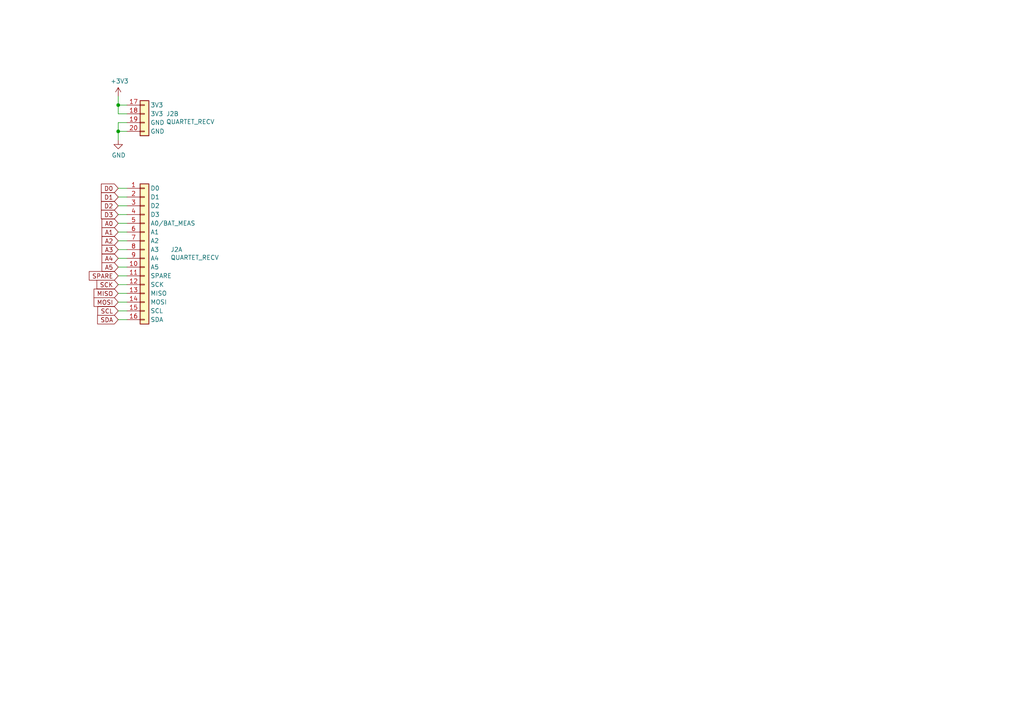
<source format=kicad_sch>
(kicad_sch (version 20230121) (generator eeschema)
  (paper "A4")
  (lib_symbols
    (symbol "power:+3V3" (power) (pin_names (offset 0))
      (property "Value" "+3V3" (at 0 3.556 0))
      (symbol "+3V3_0_1"
        (polyline (pts (xy -0.762 1.27) (xy 0 2.54)))
        (polyline (pts (xy 0 0) (xy 0 2.54)))
        (polyline (pts (xy 0 2.54) (xy 0.762 1.27)))
      )
      (symbol "+3V3_1_1"
        (pin power_in line (at 0 0 90) (length 0) hide (name "+3V3") (number "1"))
      )
    )
    (symbol "power:GND" (power) (pin_names (offset 0))
      (property "Value" "GND" (at 0 -3.81 0))
      (symbol "GND_0_1"
        (polyline (pts (xy 0 0) (xy 0 -1.27) (xy 1.27 -1.27) (xy 0 -2.54) (xy -1.27 -1.27) (xy 0 -1.27)))
      )
      (symbol "GND_1_1"
        (pin power_in line (at 0 0 270) (length 0) hide (name "GND") (number "1"))
      )
    )
    (symbol "quartet_breakout-rescue:QUARTET_RECV-gigahawk" (pin_names (offset 2.9972))
      (property "Reference" "J" (at 0 1.27 0))
      (property "Value" "gigahawk_QUARTET_RECV" (at 0 3.81 0))
      (symbol "QUARTET_RECV-gigahawk_1_1"
        (rectangle (start -1.27 -39.243) (end 0 -39.497) (stroke (width 0.1524)))
        (rectangle (start -1.27 -36.703) (end 0 -36.957) (stroke (width 0.1524)))
        (rectangle (start -1.27 -34.163) (end 0 -34.417) (stroke (width 0.1524)))
        (rectangle (start -1.27 -31.623) (end 0 -31.877) (stroke (width 0.1524)))
        (rectangle (start -1.27 -29.083) (end 0 -29.337) (stroke (width 0.1524)))
        (rectangle (start -1.27 -26.543) (end 0 -26.797) (stroke (width 0.1524)))
        (rectangle (start -1.27 -24.003) (end 0 -24.257) (stroke (width 0.1524)))
        (rectangle (start -1.27 -21.463) (end 0 -21.717) (stroke (width 0.1524)))
        (rectangle (start -1.27 -18.923) (end 0 -19.177) (stroke (width 0.1524)))
        (rectangle (start -1.27 -16.383) (end 0 -16.637) (stroke (width 0.1524)))
        (rectangle (start -1.27 -13.843) (end 0 -14.097) (stroke (width 0.1524)))
        (rectangle (start -1.27 -11.303) (end 0 -11.557) (stroke (width 0.1524)))
        (rectangle (start -1.27 -8.763) (end 0 -9.017) (stroke (width 0.1524)))
        (rectangle (start -1.27 -6.223) (end 0 -6.477) (stroke (width 0.1524)))
        (rectangle (start -1.27 -3.683) (end 0 -3.937) (stroke (width 0.1524)))
        (rectangle (start -1.27 -1.143) (end 0 -1.397) (stroke (width 0.1524)))
        (rectangle (start -1.27 0) (end 1.27 -40.64) (stroke (width 0.254)) (fill (type background)))
        (pin passive line (at -5.08 -1.27 0) (length 3.81) (name "D0") (number "1"))
        (pin passive line (at -5.08 -24.13 0) (length 3.81) (name "A5") (number "10"))
        (pin passive line (at -5.08 -26.67 0) (length 3.81) (name "SPARE") (number "11"))
        (pin passive line (at -5.08 -29.21 0) (length 3.81) (name "SCK") (number "12"))
        (pin passive line (at -5.08 -31.75 0) (length 3.81) (name "MISO") (number "13"))
        (pin passive line (at -5.08 -34.29 0) (length 3.81) (name "MOSI") (number "14"))
        (pin passive line (at -5.08 -36.83 0) (length 3.81) (name "SCL") (number "15"))
        (pin passive line (at -5.08 -39.37 0) (length 3.81) (name "SDA") (number "16"))
        (pin passive line (at -5.08 -3.81 0) (length 3.81) (name "D1") (number "2"))
        (pin passive line (at -5.08 -6.35 0) (length 3.81) (name "D2") (number "3"))
        (pin passive line (at -5.08 -8.89 0) (length 3.81) (name "D3") (number "4"))
        (pin passive line (at -5.08 -11.43 0) (length 3.81) (name "A0/BAT_MEAS") (number "5"))
        (pin passive line (at -5.08 -13.97 0) (length 3.81) (name "A1") (number "6"))
        (pin passive line (at -5.08 -16.51 0) (length 3.81) (name "A2") (number "7"))
        (pin passive line (at -5.08 -19.05 0) (length 3.81) (name "A3") (number "8"))
        (pin passive line (at -5.08 -21.59 0) (length 3.81) (name "A4") (number "9"))
      )
      (symbol "QUARTET_RECV-gigahawk_2_1"
        (rectangle (start -1.27 -8.763) (end 0 -9.017) (stroke (width 0.1524)))
        (rectangle (start -1.27 -6.223) (end 0 -6.477) (stroke (width 0.1524)))
        (rectangle (start -1.27 -3.683) (end 0 -3.937) (stroke (width 0.1524)))
        (rectangle (start -1.27 -1.143) (end 0 -1.397) (stroke (width 0.1524)))
        (rectangle (start -1.27 0) (end 1.27 -10.16) (stroke (width 0.254)) (fill (type background)))
        (pin passive line (at -5.08 -1.27 0) (length 3.81) (name "3V3") (number "17"))
        (pin passive line (at -5.08 -3.81 0) (length 3.81) (name "3V3") (number "18"))
        (pin passive line (at -5.08 -6.35 0) (length 3.81) (name "GND") (number "19"))
        (pin passive line (at -5.08 -8.89 0) (length 3.81) (name "GND") (number "20"))
      )
    )
  )
  (junction (at 34.29 38.1))
  (junction (at 34.29 30.48))
  (wire (pts (xy 34.29 57.15) (xy 36.83 57.15)))
  (wire (pts (xy 34.29 90.17) (xy 36.83 90.17)))
  (wire (pts (xy 36.83 30.48) (xy 34.29 30.48)))
  (wire (pts (xy 36.83 69.85) (xy 34.29 69.85)))
  (wire (pts (xy 34.29 35.56) (xy 34.29 38.1)))
  (wire (pts (xy 36.83 74.93) (xy 34.29 74.93)))
  (wire (pts (xy 36.83 59.69) (xy 34.29 59.69)))
  (wire (pts (xy 34.29 67.31) (xy 36.83 67.31)))
  (wire (pts (xy 36.83 87.63) (xy 34.29 87.63)))
  (wire (pts (xy 34.29 85.09) (xy 36.83 85.09)))
  (wire (pts (xy 34.29 77.47) (xy 36.83 77.47)))
  (wire (pts (xy 36.83 64.77) (xy 34.29 64.77)))
  (wire (pts (xy 34.29 33.02) (xy 34.29 30.48)))
  (wire (pts (xy 34.29 82.55) (xy 36.83 82.55)))
  (wire (pts (xy 36.83 54.61) (xy 34.29 54.61)))
  (wire (pts (xy 34.29 38.1) (xy 34.29 40.64)))
  (wire (pts (xy 36.83 92.71) (xy 34.29 92.71)))
  (wire (pts (xy 34.29 62.23) (xy 36.83 62.23)))
  (wire (pts (xy 34.29 72.39) (xy 36.83 72.39)))
  (wire (pts (xy 36.83 38.1) (xy 34.29 38.1)))
  (wire (pts (xy 36.83 80.01) (xy 34.29 80.01)))
  (wire (pts (xy 34.29 30.48) (xy 34.29 27.94)))
  (wire (pts (xy 36.83 33.02) (xy 34.29 33.02)))
  (wire (pts (xy 36.83 35.56) (xy 34.29 35.56)))
  (global_label "SCL" (shape input) (at 34.29 90.17 180) (property "Intersheetrefs" "${INTERSHEET_REFS}" (effects hide)))
  (global_label "A1" (shape input) (at 34.29 67.31 180) (property "Intersheetrefs" "${INTERSHEET_REFS}" (effects hide)))
  (global_label "D0" (shape input) (at 34.29 54.61 180) (property "Intersheetrefs" "${INTERSHEET_REFS}" (effects hide)))
  (global_label "D1" (shape input) (at 34.29 57.15 180) (property "Intersheetrefs" "${INTERSHEET_REFS}" (effects hide)))
  (global_label "D3" (shape input) (at 34.29 62.23 180) (property "Intersheetrefs" "${INTERSHEET_REFS}" (effects hide)))
  (global_label "MOSI" (shape input) (at 34.29 87.63 180) (property "Intersheetrefs" "${INTERSHEET_REFS}" (effects hide)))
  (global_label "D2" (shape input) (at 34.29 59.69 180) (property "Intersheetrefs" "${INTERSHEET_REFS}" (effects hide)))
  (global_label "SPARE" (shape input) (at 34.29 80.01 180) (property "Intersheetrefs" "${INTERSHEET_REFS}" (effects hide)))
  (global_label "A4" (shape input) (at 34.29 74.93 180) (property "Intersheetrefs" "${INTERSHEET_REFS}" (effects hide)))
  (global_label "SDA" (shape input) (at 34.29 92.71 180) (property "Intersheetrefs" "${INTERSHEET_REFS}" (effects hide)))
  (global_label "A5" (shape input) (at 34.29 77.47 180) (property "Intersheetrefs" "${INTERSHEET_REFS}" (effects hide)))
  (global_label "A0" (shape input) (at 34.29 64.77 180) (property "Intersheetrefs" "${INTERSHEET_REFS}" (effects hide)))
  (global_label "SCK" (shape input) (at 34.29 82.55 180) (property "Intersheetrefs" "${INTERSHEET_REFS}" (effects hide)))
  (global_label "A2" (shape input) (at 34.29 69.85 180) (property "Intersheetrefs" "${INTERSHEET_REFS}" (effects hide)))
  (global_label "A3" (shape input) (at 34.29 72.39 180) (property "Intersheetrefs" "${INTERSHEET_REFS}" (effects hide)))
  (global_label "MISO" (shape input) (at 34.29 85.09 180) (property "Intersheetrefs" "${INTERSHEET_REFS}" (effects hide)))
  (symbol (lib_id "quartet_breakout-rescue:QUARTET_RECV-gigahawk") (at 41.91 53.34 0) (unit 1)
    (property "Reference" "J2" (at 49.4538 72.39 0) (effects (justify left)))
    (property "Value" "QUARTET_RECV" (at 49.4538 74.7014 0) (effects (justify left)))
    (property "Footprint" "Gigahawk:QUARTET_RECV_MATRIX" (effects hide))
    (property "Part Numbers" "F519-1A7A1-11004-E200; F519-1A7A1-11016-E200" (effects hide))
  )
  (symbol (lib_id "quartet_breakout-rescue:QUARTET_RECV-gigahawk") (at 41.91 29.21 0) (unit 2)
    (property "Reference" "J2" (at 48.1838 33.02 0) (effects (justify left)))
    (property "Value" "QUARTET_RECV" (at 48.1838 35.3314 0) (effects (justify left)))
    (property "Footprint" "Gigahawk:QUARTET_RECV_MATRIX" (effects hide))
  )
  (symbol (lib_id "power:GND") (at 34.29 40.64 0) (unit 1)
    (property "Reference" "#PWR?" (effects hide))
    (property "Value" "GND" (at 34.417 45.0342 0))
    (instances (project "quartet_breakout" (path "" (reference "#PWR04") (unit 1))))
  )
  (symbol (lib_id "power:+3V3") (at 34.29 27.94 0) (unit 1)
    (property "Reference" "#PWR0110" (effects hide))
    (property "Value" "+3V3" (at 34.671 23.5458 0))
  )
)
</source>
